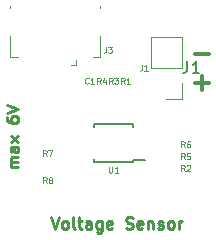
<source format=gto>
G04 #@! TF.GenerationSoftware,KiCad,Pcbnew,5.0.2-bee76a0~70~ubuntu16.04.1*
G04 #@! TF.CreationDate,2018-12-16T16:52:19+05:30*
G04 #@! TF.ProjectId,voltage_6V,766f6c74-6167-4655-9f36-562e6b696361,rev?*
G04 #@! TF.SameCoordinates,Original*
G04 #@! TF.FileFunction,Legend,Top*
G04 #@! TF.FilePolarity,Positive*
%FSLAX46Y46*%
G04 Gerber Fmt 4.6, Leading zero omitted, Abs format (unit mm)*
G04 Created by KiCad (PCBNEW 5.0.2-bee76a0~70~ubuntu16.04.1) date Sun Dec 16 16:52:19 2018*
%MOMM*%
%LPD*%
G01*
G04 APERTURE LIST*
%ADD10C,0.300000*%
%ADD11C,0.250000*%
%ADD12C,0.150000*%
%ADD13C,0.120000*%
%ADD14C,0.125000*%
G04 APERTURE END LIST*
D10*
X156928571Y-89107142D02*
X158071428Y-89107142D01*
X156928571Y-91607142D02*
X158071428Y-91607142D01*
X157500000Y-92178571D02*
X157500000Y-91035714D01*
D11*
X141952380Y-98747428D02*
X141285714Y-98747428D01*
X141380952Y-98747428D02*
X141333333Y-98699809D01*
X141285714Y-98604571D01*
X141285714Y-98461714D01*
X141333333Y-98366476D01*
X141428571Y-98318857D01*
X141952380Y-98318857D01*
X141428571Y-98318857D02*
X141333333Y-98271238D01*
X141285714Y-98176000D01*
X141285714Y-98033142D01*
X141333333Y-97937904D01*
X141428571Y-97890285D01*
X141952380Y-97890285D01*
X141952380Y-96985523D02*
X141428571Y-96985523D01*
X141333333Y-97033142D01*
X141285714Y-97128380D01*
X141285714Y-97318857D01*
X141333333Y-97414095D01*
X141904761Y-96985523D02*
X141952380Y-97080761D01*
X141952380Y-97318857D01*
X141904761Y-97414095D01*
X141809523Y-97461714D01*
X141714285Y-97461714D01*
X141619047Y-97414095D01*
X141571428Y-97318857D01*
X141571428Y-97080761D01*
X141523809Y-96985523D01*
X141952380Y-96604571D02*
X141285714Y-96080761D01*
X141285714Y-96604571D02*
X141952380Y-96080761D01*
X140952380Y-94509333D02*
X140952380Y-94699809D01*
X141000000Y-94795047D01*
X141047619Y-94842666D01*
X141190476Y-94937904D01*
X141380952Y-94985523D01*
X141761904Y-94985523D01*
X141857142Y-94937904D01*
X141904761Y-94890285D01*
X141952380Y-94795047D01*
X141952380Y-94604571D01*
X141904761Y-94509333D01*
X141857142Y-94461714D01*
X141761904Y-94414095D01*
X141523809Y-94414095D01*
X141428571Y-94461714D01*
X141380952Y-94509333D01*
X141333333Y-94604571D01*
X141333333Y-94795047D01*
X141380952Y-94890285D01*
X141428571Y-94937904D01*
X141523809Y-94985523D01*
X140952380Y-94128380D02*
X141952380Y-93795047D01*
X140952380Y-93461714D01*
X144678571Y-102952380D02*
X145011904Y-103952380D01*
X145345238Y-102952380D01*
X145821428Y-103952380D02*
X145726190Y-103904761D01*
X145678571Y-103857142D01*
X145630952Y-103761904D01*
X145630952Y-103476190D01*
X145678571Y-103380952D01*
X145726190Y-103333333D01*
X145821428Y-103285714D01*
X145964285Y-103285714D01*
X146059523Y-103333333D01*
X146107142Y-103380952D01*
X146154761Y-103476190D01*
X146154761Y-103761904D01*
X146107142Y-103857142D01*
X146059523Y-103904761D01*
X145964285Y-103952380D01*
X145821428Y-103952380D01*
X146726190Y-103952380D02*
X146630952Y-103904761D01*
X146583333Y-103809523D01*
X146583333Y-102952380D01*
X146964285Y-103285714D02*
X147345238Y-103285714D01*
X147107142Y-102952380D02*
X147107142Y-103809523D01*
X147154761Y-103904761D01*
X147250000Y-103952380D01*
X147345238Y-103952380D01*
X148107142Y-103952380D02*
X148107142Y-103428571D01*
X148059523Y-103333333D01*
X147964285Y-103285714D01*
X147773809Y-103285714D01*
X147678571Y-103333333D01*
X148107142Y-103904761D02*
X148011904Y-103952380D01*
X147773809Y-103952380D01*
X147678571Y-103904761D01*
X147630952Y-103809523D01*
X147630952Y-103714285D01*
X147678571Y-103619047D01*
X147773809Y-103571428D01*
X148011904Y-103571428D01*
X148107142Y-103523809D01*
X149011904Y-103285714D02*
X149011904Y-104095238D01*
X148964285Y-104190476D01*
X148916666Y-104238095D01*
X148821428Y-104285714D01*
X148678571Y-104285714D01*
X148583333Y-104238095D01*
X149011904Y-103904761D02*
X148916666Y-103952380D01*
X148726190Y-103952380D01*
X148630952Y-103904761D01*
X148583333Y-103857142D01*
X148535714Y-103761904D01*
X148535714Y-103476190D01*
X148583333Y-103380952D01*
X148630952Y-103333333D01*
X148726190Y-103285714D01*
X148916666Y-103285714D01*
X149011904Y-103333333D01*
X149869047Y-103904761D02*
X149773809Y-103952380D01*
X149583333Y-103952380D01*
X149488095Y-103904761D01*
X149440476Y-103809523D01*
X149440476Y-103428571D01*
X149488095Y-103333333D01*
X149583333Y-103285714D01*
X149773809Y-103285714D01*
X149869047Y-103333333D01*
X149916666Y-103428571D01*
X149916666Y-103523809D01*
X149440476Y-103619047D01*
X151059523Y-103904761D02*
X151202380Y-103952380D01*
X151440476Y-103952380D01*
X151535714Y-103904761D01*
X151583333Y-103857142D01*
X151630952Y-103761904D01*
X151630952Y-103666666D01*
X151583333Y-103571428D01*
X151535714Y-103523809D01*
X151440476Y-103476190D01*
X151250000Y-103428571D01*
X151154761Y-103380952D01*
X151107142Y-103333333D01*
X151059523Y-103238095D01*
X151059523Y-103142857D01*
X151107142Y-103047619D01*
X151154761Y-103000000D01*
X151250000Y-102952380D01*
X151488095Y-102952380D01*
X151630952Y-103000000D01*
X152440476Y-103904761D02*
X152345238Y-103952380D01*
X152154761Y-103952380D01*
X152059523Y-103904761D01*
X152011904Y-103809523D01*
X152011904Y-103428571D01*
X152059523Y-103333333D01*
X152154761Y-103285714D01*
X152345238Y-103285714D01*
X152440476Y-103333333D01*
X152488095Y-103428571D01*
X152488095Y-103523809D01*
X152011904Y-103619047D01*
X152916666Y-103285714D02*
X152916666Y-103952380D01*
X152916666Y-103380952D02*
X152964285Y-103333333D01*
X153059523Y-103285714D01*
X153202380Y-103285714D01*
X153297619Y-103333333D01*
X153345238Y-103428571D01*
X153345238Y-103952380D01*
X153773809Y-103904761D02*
X153869047Y-103952380D01*
X154059523Y-103952380D01*
X154154761Y-103904761D01*
X154202380Y-103809523D01*
X154202380Y-103761904D01*
X154154761Y-103666666D01*
X154059523Y-103619047D01*
X153916666Y-103619047D01*
X153821428Y-103571428D01*
X153773809Y-103476190D01*
X153773809Y-103428571D01*
X153821428Y-103333333D01*
X153916666Y-103285714D01*
X154059523Y-103285714D01*
X154154761Y-103333333D01*
X154773809Y-103952380D02*
X154678571Y-103904761D01*
X154630952Y-103857142D01*
X154583333Y-103761904D01*
X154583333Y-103476190D01*
X154630952Y-103380952D01*
X154678571Y-103333333D01*
X154773809Y-103285714D01*
X154916666Y-103285714D01*
X155011904Y-103333333D01*
X155059523Y-103380952D01*
X155107142Y-103476190D01*
X155107142Y-103761904D01*
X155059523Y-103857142D01*
X155011904Y-103904761D01*
X154916666Y-103952380D01*
X154773809Y-103952380D01*
X155535714Y-103952380D02*
X155535714Y-103285714D01*
X155535714Y-103476190D02*
X155583333Y-103380952D01*
X155630952Y-103333333D01*
X155726190Y-103285714D01*
X155821428Y-103285714D01*
D12*
G04 #@! TO.C,U1*
X151626000Y-98134000D02*
X152701000Y-98134000D01*
X151626000Y-95059000D02*
X148376000Y-95059000D01*
X151626000Y-98309000D02*
X148376000Y-98309000D01*
X151626000Y-95059000D02*
X151626000Y-95334000D01*
X148376000Y-95059000D02*
X148376000Y-95334000D01*
X148376000Y-98309000D02*
X148376000Y-98034000D01*
X151626000Y-98309000D02*
X151626000Y-98134000D01*
D13*
G04 #@! TO.C,J3*
X148890000Y-89377000D02*
X148230000Y-89377000D01*
X148890000Y-87647000D02*
X148890000Y-89377000D01*
X141270000Y-85077000D02*
X141270000Y-85287000D01*
X148890000Y-85077000D02*
X148890000Y-85287000D01*
X141270000Y-87647000D02*
X141270000Y-89377000D01*
X141270000Y-89377000D02*
X141920000Y-89377000D01*
X146840000Y-90077000D02*
X146390000Y-90077000D01*
X146840000Y-90077000D02*
X146840000Y-89687000D01*
G04 #@! TO.C,J1*
X155808000Y-87734000D02*
X153148000Y-87734000D01*
X155808000Y-90334000D02*
X155808000Y-87734000D01*
X153148000Y-90334000D02*
X153148000Y-87734000D01*
X155808000Y-90334000D02*
X153148000Y-90334000D01*
X155808000Y-91604000D02*
X155808000Y-92934000D01*
X155808000Y-92934000D02*
X154478000Y-92934000D01*
G04 #@! TO.C,R2*
D14*
X156015555Y-99062055D02*
X155848889Y-98823960D01*
X155729841Y-99062055D02*
X155729841Y-98562055D01*
X155920317Y-98562055D01*
X155967936Y-98585865D01*
X155991746Y-98609674D01*
X156015555Y-98657293D01*
X156015555Y-98728722D01*
X155991746Y-98776341D01*
X155967936Y-98800150D01*
X155920317Y-98823960D01*
X155729841Y-98823960D01*
X156206031Y-98609674D02*
X156229841Y-98585865D01*
X156277460Y-98562055D01*
X156396508Y-98562055D01*
X156444127Y-98585865D01*
X156467936Y-98609674D01*
X156491746Y-98657293D01*
X156491746Y-98704912D01*
X156467936Y-98776341D01*
X156182222Y-99062055D01*
X156491746Y-99062055D01*
G04 #@! TO.C,R6*
X156015555Y-97037190D02*
X155848889Y-96799095D01*
X155729841Y-97037190D02*
X155729841Y-96537190D01*
X155920317Y-96537190D01*
X155967936Y-96561000D01*
X155991746Y-96584809D01*
X156015555Y-96632428D01*
X156015555Y-96703857D01*
X155991746Y-96751476D01*
X155967936Y-96775285D01*
X155920317Y-96799095D01*
X155729841Y-96799095D01*
X156444127Y-96537190D02*
X156348889Y-96537190D01*
X156301269Y-96561000D01*
X156277460Y-96584809D01*
X156229841Y-96656238D01*
X156206031Y-96751476D01*
X156206031Y-96941952D01*
X156229841Y-96989571D01*
X156253650Y-97013380D01*
X156301269Y-97037190D01*
X156396508Y-97037190D01*
X156444127Y-97013380D01*
X156467936Y-96989571D01*
X156491746Y-96941952D01*
X156491746Y-96822904D01*
X156467936Y-96775285D01*
X156444127Y-96751476D01*
X156396508Y-96727666D01*
X156301269Y-96727666D01*
X156253650Y-96751476D01*
X156229841Y-96775285D01*
X156206031Y-96822904D01*
G04 #@! TO.C,R5*
X156038555Y-98053190D02*
X155871889Y-97815095D01*
X155752841Y-98053190D02*
X155752841Y-97553190D01*
X155943317Y-97553190D01*
X155990936Y-97577000D01*
X156014746Y-97600809D01*
X156038555Y-97648428D01*
X156038555Y-97719857D01*
X156014746Y-97767476D01*
X155990936Y-97791285D01*
X155943317Y-97815095D01*
X155752841Y-97815095D01*
X156490936Y-97553190D02*
X156252841Y-97553190D01*
X156229031Y-97791285D01*
X156252841Y-97767476D01*
X156300460Y-97743666D01*
X156419508Y-97743666D01*
X156467127Y-97767476D01*
X156490936Y-97791285D01*
X156514746Y-97838904D01*
X156514746Y-97957952D01*
X156490936Y-98005571D01*
X156467127Y-98029380D01*
X156419508Y-98053190D01*
X156300460Y-98053190D01*
X156252841Y-98029380D01*
X156229031Y-98005571D01*
G04 #@! TO.C,U1*
X149620047Y-98696190D02*
X149620047Y-99100952D01*
X149643857Y-99148571D01*
X149667666Y-99172380D01*
X149715285Y-99196190D01*
X149810523Y-99196190D01*
X149858142Y-99172380D01*
X149881952Y-99148571D01*
X149905761Y-99100952D01*
X149905761Y-98696190D01*
X150405761Y-99196190D02*
X150120047Y-99196190D01*
X150262904Y-99196190D02*
X150262904Y-98696190D01*
X150215285Y-98767619D01*
X150167666Y-98815238D01*
X150120047Y-98839047D01*
G04 #@! TO.C,R1*
X150933666Y-91665190D02*
X150767000Y-91427095D01*
X150647952Y-91665190D02*
X150647952Y-91165190D01*
X150838428Y-91165190D01*
X150886047Y-91189000D01*
X150909857Y-91212809D01*
X150933666Y-91260428D01*
X150933666Y-91331857D01*
X150909857Y-91379476D01*
X150886047Y-91403285D01*
X150838428Y-91427095D01*
X150647952Y-91427095D01*
X151409857Y-91665190D02*
X151124142Y-91665190D01*
X151267000Y-91665190D02*
X151267000Y-91165190D01*
X151219380Y-91236619D01*
X151171761Y-91284238D01*
X151124142Y-91308047D01*
G04 #@! TO.C,R3*
X149917666Y-91665190D02*
X149751000Y-91427095D01*
X149631952Y-91665190D02*
X149631952Y-91165190D01*
X149822428Y-91165190D01*
X149870047Y-91189000D01*
X149893857Y-91212809D01*
X149917666Y-91260428D01*
X149917666Y-91331857D01*
X149893857Y-91379476D01*
X149870047Y-91403285D01*
X149822428Y-91427095D01*
X149631952Y-91427095D01*
X150084333Y-91165190D02*
X150393857Y-91165190D01*
X150227190Y-91355666D01*
X150298619Y-91355666D01*
X150346238Y-91379476D01*
X150370047Y-91403285D01*
X150393857Y-91450904D01*
X150393857Y-91569952D01*
X150370047Y-91617571D01*
X150346238Y-91641380D01*
X150298619Y-91665190D01*
X150155761Y-91665190D01*
X150108142Y-91641380D01*
X150084333Y-91617571D01*
G04 #@! TO.C,R4*
X148901666Y-91665190D02*
X148735000Y-91427095D01*
X148615952Y-91665190D02*
X148615952Y-91165190D01*
X148806428Y-91165190D01*
X148854047Y-91189000D01*
X148877857Y-91212809D01*
X148901666Y-91260428D01*
X148901666Y-91331857D01*
X148877857Y-91379476D01*
X148854047Y-91403285D01*
X148806428Y-91427095D01*
X148615952Y-91427095D01*
X149330238Y-91331857D02*
X149330238Y-91665190D01*
X149211190Y-91141380D02*
X149092142Y-91498523D01*
X149401666Y-91498523D01*
G04 #@! TO.C,C1*
X147885666Y-91617571D02*
X147861857Y-91641380D01*
X147790428Y-91665190D01*
X147742809Y-91665190D01*
X147671380Y-91641380D01*
X147623761Y-91593761D01*
X147599952Y-91546142D01*
X147576142Y-91450904D01*
X147576142Y-91379476D01*
X147599952Y-91284238D01*
X147623761Y-91236619D01*
X147671380Y-91189000D01*
X147742809Y-91165190D01*
X147790428Y-91165190D01*
X147861857Y-91189000D01*
X147885666Y-91212809D01*
X148361857Y-91665190D02*
X148076142Y-91665190D01*
X148219000Y-91665190D02*
X148219000Y-91165190D01*
X148171380Y-91236619D01*
X148123761Y-91284238D01*
X148076142Y-91308047D01*
G04 #@! TO.C,R7*
X144329666Y-97799190D02*
X144163000Y-97561095D01*
X144043952Y-97799190D02*
X144043952Y-97299190D01*
X144234428Y-97299190D01*
X144282047Y-97323000D01*
X144305857Y-97346809D01*
X144329666Y-97394428D01*
X144329666Y-97465857D01*
X144305857Y-97513476D01*
X144282047Y-97537285D01*
X144234428Y-97561095D01*
X144043952Y-97561095D01*
X144496333Y-97299190D02*
X144829666Y-97299190D01*
X144615380Y-97799190D01*
G04 #@! TO.C,R8*
X144329666Y-100085190D02*
X144163000Y-99847095D01*
X144043952Y-100085190D02*
X144043952Y-99585190D01*
X144234428Y-99585190D01*
X144282047Y-99609000D01*
X144305857Y-99632809D01*
X144329666Y-99680428D01*
X144329666Y-99751857D01*
X144305857Y-99799476D01*
X144282047Y-99823285D01*
X144234428Y-99847095D01*
X144043952Y-99847095D01*
X144615380Y-99799476D02*
X144567761Y-99775666D01*
X144543952Y-99751857D01*
X144520142Y-99704238D01*
X144520142Y-99680428D01*
X144543952Y-99632809D01*
X144567761Y-99609000D01*
X144615380Y-99585190D01*
X144710619Y-99585190D01*
X144758238Y-99609000D01*
X144782047Y-99632809D01*
X144805857Y-99680428D01*
X144805857Y-99704238D01*
X144782047Y-99751857D01*
X144758238Y-99775666D01*
X144710619Y-99799476D01*
X144615380Y-99799476D01*
X144567761Y-99823285D01*
X144543952Y-99847095D01*
X144520142Y-99894714D01*
X144520142Y-99989952D01*
X144543952Y-100037571D01*
X144567761Y-100061380D01*
X144615380Y-100085190D01*
X144710619Y-100085190D01*
X144758238Y-100061380D01*
X144782047Y-100037571D01*
X144805857Y-99989952D01*
X144805857Y-99894714D01*
X144782047Y-99847095D01*
X144758238Y-99823285D01*
X144710619Y-99799476D01*
G04 #@! TO.C,J3*
X149358333Y-88536190D02*
X149358333Y-88893333D01*
X149334523Y-88964761D01*
X149286904Y-89012380D01*
X149215476Y-89036190D01*
X149167857Y-89036190D01*
X149548809Y-88536190D02*
X149858333Y-88536190D01*
X149691666Y-88726666D01*
X149763095Y-88726666D01*
X149810714Y-88750476D01*
X149834523Y-88774285D01*
X149858333Y-88821904D01*
X149858333Y-88940952D01*
X149834523Y-88988571D01*
X149810714Y-89012380D01*
X149763095Y-89036190D01*
X149620238Y-89036190D01*
X149572619Y-89012380D01*
X149548809Y-88988571D01*
G04 #@! TO.C,J1*
X152406333Y-90060190D02*
X152406333Y-90417333D01*
X152382523Y-90488761D01*
X152334904Y-90536380D01*
X152263476Y-90560190D01*
X152215857Y-90560190D01*
X152906333Y-90560190D02*
X152620619Y-90560190D01*
X152763476Y-90560190D02*
X152763476Y-90060190D01*
X152715857Y-90131619D01*
X152668238Y-90179238D01*
X152620619Y-90203047D01*
D12*
X156266666Y-89752380D02*
X156266666Y-90466666D01*
X156219047Y-90609523D01*
X156123809Y-90704761D01*
X155980952Y-90752380D01*
X155885714Y-90752380D01*
X157266666Y-90752380D02*
X156695238Y-90752380D01*
X156980952Y-90752380D02*
X156980952Y-89752380D01*
X156885714Y-89895238D01*
X156790476Y-89990476D01*
X156695238Y-90038095D01*
G04 #@! TD*
M02*

</source>
